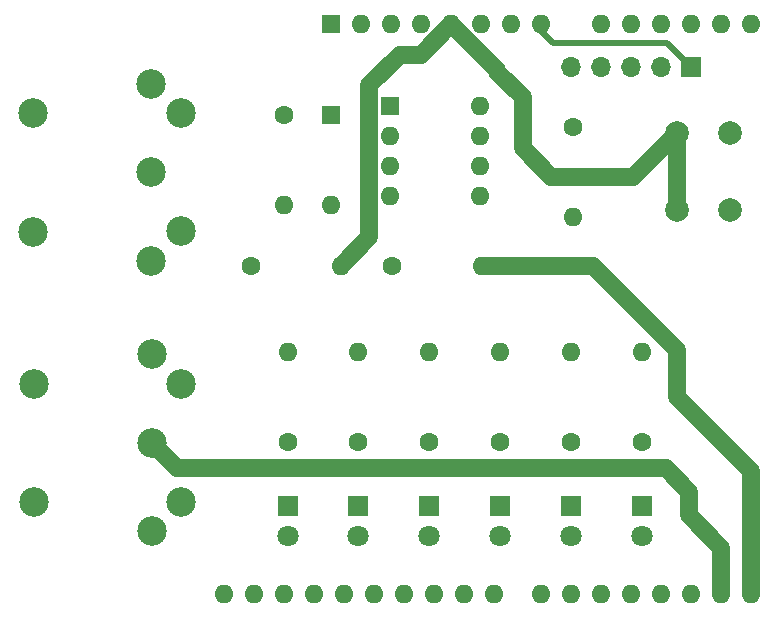
<source format=gbr>
%TF.GenerationSoftware,KiCad,Pcbnew,7.0.1*%
%TF.CreationDate,2023-08-15T23:23:37+02:00*%
%TF.ProjectId,Shielduinoboy,53686965-6c64-4756-996e-6f626f792e6b,rev?*%
%TF.SameCoordinates,Original*%
%TF.FileFunction,Copper,L2,Bot*%
%TF.FilePolarity,Positive*%
%FSLAX46Y46*%
G04 Gerber Fmt 4.6, Leading zero omitted, Abs format (unit mm)*
G04 Created by KiCad (PCBNEW 7.0.1) date 2023-08-15 23:23:37*
%MOMM*%
%LPD*%
G01*
G04 APERTURE LIST*
%TA.AperFunction,ComponentPad*%
%ADD10C,1.600000*%
%TD*%
%TA.AperFunction,ComponentPad*%
%ADD11O,1.600000X1.600000*%
%TD*%
%TA.AperFunction,ComponentPad*%
%ADD12R,1.700000X1.700000*%
%TD*%
%TA.AperFunction,ComponentPad*%
%ADD13O,1.700000X1.700000*%
%TD*%
%TA.AperFunction,ComponentPad*%
%ADD14R,1.800000X1.800000*%
%TD*%
%TA.AperFunction,ComponentPad*%
%ADD15C,1.800000*%
%TD*%
%TA.AperFunction,ComponentPad*%
%ADD16R,1.600000X1.600000*%
%TD*%
%TA.AperFunction,WasherPad*%
%ADD17C,2.499360*%
%TD*%
%TA.AperFunction,ComponentPad*%
%ADD18C,2.499360*%
%TD*%
%TA.AperFunction,ComponentPad*%
%ADD19C,2.000000*%
%TD*%
%TA.AperFunction,Conductor*%
%ADD20C,1.500000*%
%TD*%
%TA.AperFunction,Conductor*%
%ADD21C,0.500000*%
%TD*%
G04 APERTURE END LIST*
D10*
%TO.P,R4,1*%
%TO.N,PIN 3*%
X160197800Y-91109800D03*
D11*
%TO.P,R4,2*%
%TO.N,Earth*%
X160197800Y-98729800D03*
%TD*%
D12*
%TO.P,J3,1,Pin_1*%
%TO.N,VIN*%
X170120000Y-86000000D03*
D13*
%TO.P,J3,2,Pin_2*%
%TO.N,PIN A2*%
X167580000Y-86000000D03*
%TO.P,J3,3,Pin_3*%
%TO.N,PIN A1*%
X165040000Y-86000000D03*
%TO.P,J3,4,Pin_4*%
%TO.N,PIN A0*%
X162500000Y-86000000D03*
%TO.P,J3,5,Pin_5*%
%TO.N,Earth*%
X159960000Y-86000000D03*
%TD*%
D10*
%TO.P,R8,1*%
%TO.N,Net-(D5-K)*%
X148000000Y-117810000D03*
D11*
%TO.P,R8,2*%
%TO.N,Earth*%
X148000000Y-110190000D03*
%TD*%
D14*
%TO.P,D6,1,K*%
%TO.N,Net-(D6-K)*%
X142000000Y-123190000D03*
D15*
%TO.P,D6,2,A*%
%TO.N,PIN 12*%
X142000000Y-125730000D03*
%TD*%
D14*
%TO.P,D4,1,K*%
%TO.N,Net-(D4-K)*%
X154000000Y-123190000D03*
D15*
%TO.P,D4,2,A*%
%TO.N,PIN 10*%
X154000000Y-125730000D03*
%TD*%
D14*
%TO.P,D2,1,K*%
%TO.N,Net-(D2-K)*%
X166000000Y-123190000D03*
D15*
%TO.P,D2,2,A*%
%TO.N,PIN 8*%
X166000000Y-125730000D03*
%TD*%
D14*
%TO.P,D3,1,K*%
%TO.N,Net-(D3-K)*%
X160000000Y-123190000D03*
D15*
%TO.P,D3,2,A*%
%TO.N,PIN 9*%
X160000000Y-125730000D03*
%TD*%
D16*
%TO.P,A1,1,NC*%
%TO.N,unconnected-(A1-NC-Pad1)*%
X139716800Y-82385080D03*
D11*
%TO.P,A1,2,IOREF*%
%TO.N,unconnected-(A1-IOREF-Pad2)*%
X142256800Y-82385080D03*
%TO.P,A1,3,~{RESET}*%
%TO.N,unconnected-(A1-~{RESET}-Pad3)*%
X144796800Y-82385080D03*
%TO.P,A1,4,3V3*%
%TO.N,unconnected-(A1-3V3-Pad4)*%
X147336800Y-82385080D03*
%TO.P,A1,5,+5V*%
%TO.N,+5V*%
X149876800Y-82385080D03*
%TO.P,A1,6,GND*%
%TO.N,Earth*%
X152416800Y-82385080D03*
%TO.P,A1,7,GND*%
X154956800Y-82385080D03*
%TO.P,A1,8,VIN*%
%TO.N,VIN*%
X157496800Y-82385080D03*
%TO.P,A1,9,A0*%
%TO.N,PIN A0*%
X162576800Y-82385080D03*
%TO.P,A1,10,A1*%
%TO.N,PIN A1*%
X165116800Y-82385080D03*
%TO.P,A1,11,A2*%
%TO.N,PIN A2*%
X167656800Y-82385080D03*
%TO.P,A1,12,A3*%
%TO.N,unconnected-(A1-A3-Pad12)*%
X170196800Y-82385080D03*
%TO.P,A1,13,SDA/A4*%
%TO.N,unconnected-(A1-SDA{slash}A4-Pad13)*%
X172736800Y-82385080D03*
%TO.P,A1,14,SCL/A5*%
%TO.N,unconnected-(A1-SCL{slash}A5-Pad14)*%
X175276800Y-82385080D03*
%TO.P,A1,15,D0/RX*%
%TO.N,RX*%
X175276800Y-130645080D03*
%TO.P,A1,16,D1/TX*%
%TO.N,TX*%
X172736800Y-130645080D03*
%TO.P,A1,17,D2*%
%TO.N,unconnected-(A1-D2-Pad17)*%
X170196800Y-130645080D03*
%TO.P,A1,18,D3*%
%TO.N,PIN 3*%
X167656800Y-130645080D03*
%TO.P,A1,19,D4*%
%TO.N,PIN 4*%
X165116800Y-130645080D03*
%TO.P,A1,20,D5*%
%TO.N,unconnected-(A1-D5-Pad20)*%
X162576800Y-130645080D03*
%TO.P,A1,21,D6*%
%TO.N,unconnected-(A1-D6-Pad21)*%
X160036800Y-130645080D03*
%TO.P,A1,22,D7*%
%TO.N,unconnected-(A1-D7-Pad22)*%
X157496800Y-130645080D03*
%TO.P,A1,23,D8*%
%TO.N,PIN 8*%
X153436800Y-130645080D03*
%TO.P,A1,24,D9*%
%TO.N,PIN 9*%
X150896800Y-130645080D03*
%TO.P,A1,25,D10*%
%TO.N,PIN 10*%
X148356800Y-130645080D03*
%TO.P,A1,26,D11*%
%TO.N,PIN 11*%
X145816800Y-130645080D03*
%TO.P,A1,27,D12*%
%TO.N,PIN 12*%
X143276800Y-130645080D03*
%TO.P,A1,28,D13*%
%TO.N,PIN 13*%
X140736800Y-130645080D03*
%TO.P,A1,29,GND*%
%TO.N,Earth*%
X138196800Y-130645080D03*
%TO.P,A1,30,AREF*%
%TO.N,unconnected-(A1-AREF-Pad30)*%
X135656800Y-130645080D03*
%TO.P,A1,31,SDA/A4*%
%TO.N,unconnected-(A1-SDA{slash}A4-Pad31)*%
X133116800Y-130645080D03*
%TO.P,A1,32,SCL/A5*%
%TO.N,unconnected-(A1-SCL{slash}A5-Pad32)*%
X130576800Y-130645080D03*
%TD*%
D14*
%TO.P,D5,1,K*%
%TO.N,Net-(D5-K)*%
X148000000Y-123190000D03*
D15*
%TO.P,D5,2,A*%
%TO.N,PIN 11*%
X148000000Y-125730000D03*
%TD*%
D16*
%TO.P,U1,1,NC*%
%TO.N,unconnected-(U1-NC-Pad1)*%
X144676800Y-89345080D03*
D11*
%TO.P,U1,2,C1*%
%TO.N,Net-(D1-K)*%
X144676800Y-91885080D03*
%TO.P,U1,3,C2*%
%TO.N,Net-(D1-A)*%
X144676800Y-94425080D03*
%TO.P,U1,4,NC*%
%TO.N,unconnected-(U1-NC-Pad4)*%
X144676800Y-96965080D03*
%TO.P,U1,5,GND*%
%TO.N,Earth*%
X152296800Y-96965080D03*
%TO.P,U1,6,VO2*%
%TO.N,RX*%
X152296800Y-94425080D03*
%TO.P,U1,7,VO1*%
%TO.N,unconnected-(U1-VO1-Pad7)*%
X152296800Y-91885080D03*
%TO.P,U1,8,VCC*%
%TO.N,PIN 4*%
X152296800Y-89345080D03*
%TD*%
D10*
%TO.P,R7,1*%
%TO.N,Net-(D4-K)*%
X154000000Y-117810000D03*
D11*
%TO.P,R7,2*%
%TO.N,Earth*%
X154000000Y-110190000D03*
%TD*%
D10*
%TO.P,R6,1*%
%TO.N,Net-(D3-K)*%
X160000000Y-117810000D03*
D11*
%TO.P,R6,2*%
%TO.N,Earth*%
X160000000Y-110190000D03*
%TD*%
D10*
%TO.P,R2,1*%
%TO.N,PIN 4*%
X144866800Y-102885080D03*
D11*
%TO.P,R2,2*%
%TO.N,RX*%
X152486800Y-102885080D03*
%TD*%
D10*
%TO.P,R3,1*%
%TO.N,Net-(J1-Pad4)*%
X132866800Y-102885080D03*
D11*
%TO.P,R3,2*%
%TO.N,+5V*%
X140486800Y-102885080D03*
%TD*%
D16*
%TO.P,D1,1,K*%
%TO.N,Net-(D1-K)*%
X139676800Y-90075080D03*
D11*
%TO.P,D1,2,A*%
%TO.N,Net-(D1-A)*%
X139676800Y-97695080D03*
%TD*%
D10*
%TO.P,R5,1*%
%TO.N,Net-(D2-K)*%
X166000000Y-117810000D03*
D11*
%TO.P,R5,2*%
%TO.N,Earth*%
X166000000Y-110190000D03*
%TD*%
D17*
%TO.P,J2,*%
%TO.N,*%
X114474600Y-89969340D03*
X114474600Y-99971860D03*
D18*
%TO.P,J2,1*%
%TO.N,unconnected-(J2-Pad1)*%
X124469500Y-102468680D03*
%TO.P,J2,2*%
%TO.N,Net-(J2-Pad2)*%
X124472040Y-94970600D03*
%TO.P,J2,3*%
%TO.N,unconnected-(J2-Pad3)*%
X124469500Y-87472520D03*
%TO.P,J2,4*%
%TO.N,Net-(D1-A)*%
X126971400Y-99966780D03*
%TO.P,J2,5*%
%TO.N,unconnected-(J2-Pad5)*%
X126971400Y-89974420D03*
%TD*%
D10*
%TO.P,R9,1*%
%TO.N,Net-(D6-K)*%
X142000000Y-117810000D03*
D11*
%TO.P,R9,2*%
%TO.N,Earth*%
X142000000Y-110190000D03*
%TD*%
D19*
%TO.P,SW1,1,1*%
%TO.N,PIN 3*%
X173447800Y-91669800D03*
X173447800Y-98169800D03*
%TO.P,SW1,2,2*%
%TO.N,+5V*%
X168947800Y-91669800D03*
X168947800Y-98169800D03*
%TD*%
D10*
%TO.P,R1,1*%
%TO.N,Net-(J2-Pad2)*%
X135676800Y-90075080D03*
D11*
%TO.P,R1,2*%
%TO.N,Net-(D1-K)*%
X135676800Y-97695080D03*
%TD*%
D17*
%TO.P,J1,*%
%TO.N,*%
X114500000Y-112854740D03*
X114500000Y-122857260D03*
D18*
%TO.P,J1,1*%
%TO.N,unconnected-(J1-Pad1)*%
X124494900Y-125354080D03*
%TO.P,J1,2*%
%TO.N,TX*%
X124497440Y-117856000D03*
%TO.P,J1,3*%
%TO.N,Earth*%
X124494900Y-110357920D03*
%TO.P,J1,4*%
%TO.N,Net-(J1-Pad4)*%
X126996800Y-122852180D03*
%TO.P,J1,5*%
%TO.N,unconnected-(J1-Pad5)*%
X126996800Y-112859820D03*
%TD*%
D14*
%TO.P,D7,1,K*%
%TO.N,Net-(D7-K)*%
X136000000Y-123190000D03*
D15*
%TO.P,D7,2,A*%
%TO.N,PIN 13*%
X136000000Y-125730000D03*
%TD*%
D10*
%TO.P,R10,1*%
%TO.N,Net-(D7-K)*%
X136000000Y-117810000D03*
D11*
%TO.P,R10,2*%
%TO.N,Earth*%
X136000000Y-110190000D03*
%TD*%
D20*
%TO.N,+5V*%
X158343600Y-95351600D02*
X165266000Y-95351600D01*
X147261880Y-85000000D02*
X149876800Y-82385080D01*
X153746200Y-86461600D02*
X155905200Y-88620600D01*
X140486800Y-102885080D02*
X142926800Y-100445080D01*
X168947800Y-91669800D02*
X168947800Y-98169800D01*
X155905200Y-92913200D02*
X158343600Y-95351600D01*
X142926800Y-87595080D02*
X145521880Y-85000000D01*
X153746200Y-86254480D02*
X153746200Y-86461600D01*
X145521880Y-85000000D02*
X147261880Y-85000000D01*
X155905200Y-88620600D02*
X155905200Y-92913200D01*
X165266000Y-95351600D02*
X168947800Y-91669800D01*
X142926800Y-100445080D02*
X142926800Y-87595080D01*
X149876800Y-82385080D02*
X153746200Y-86254480D01*
D21*
%TO.N,VIN*%
X170120000Y-86000000D02*
X168560000Y-84440000D01*
X168120000Y-84000000D02*
X158500000Y-84000000D01*
X158500000Y-84000000D02*
X157496800Y-82996800D01*
X168560000Y-84440000D02*
X168120000Y-84000000D01*
X157496800Y-82996800D02*
X157496800Y-82385080D01*
D20*
%TO.N,RX*%
X161885080Y-102885080D02*
X152486800Y-102885080D01*
X169000000Y-114000000D02*
X169000000Y-110000000D01*
X169000000Y-110000000D02*
X161885080Y-102885080D01*
X175276800Y-120276800D02*
X169000000Y-114000000D01*
X175276800Y-130645080D02*
X175276800Y-120276800D01*
%TO.N,TX*%
X172736800Y-130645080D02*
X172736800Y-126736800D01*
X168000000Y-120000000D02*
X127500000Y-120000000D01*
X172736800Y-126736800D02*
X170000000Y-124000000D01*
X126641440Y-120000000D02*
X127500000Y-120000000D01*
X170000000Y-124000000D02*
X170000000Y-122000000D01*
X170000000Y-122000000D02*
X168000000Y-120000000D01*
X124497440Y-117856000D02*
X126641440Y-120000000D01*
%TD*%
M02*

</source>
